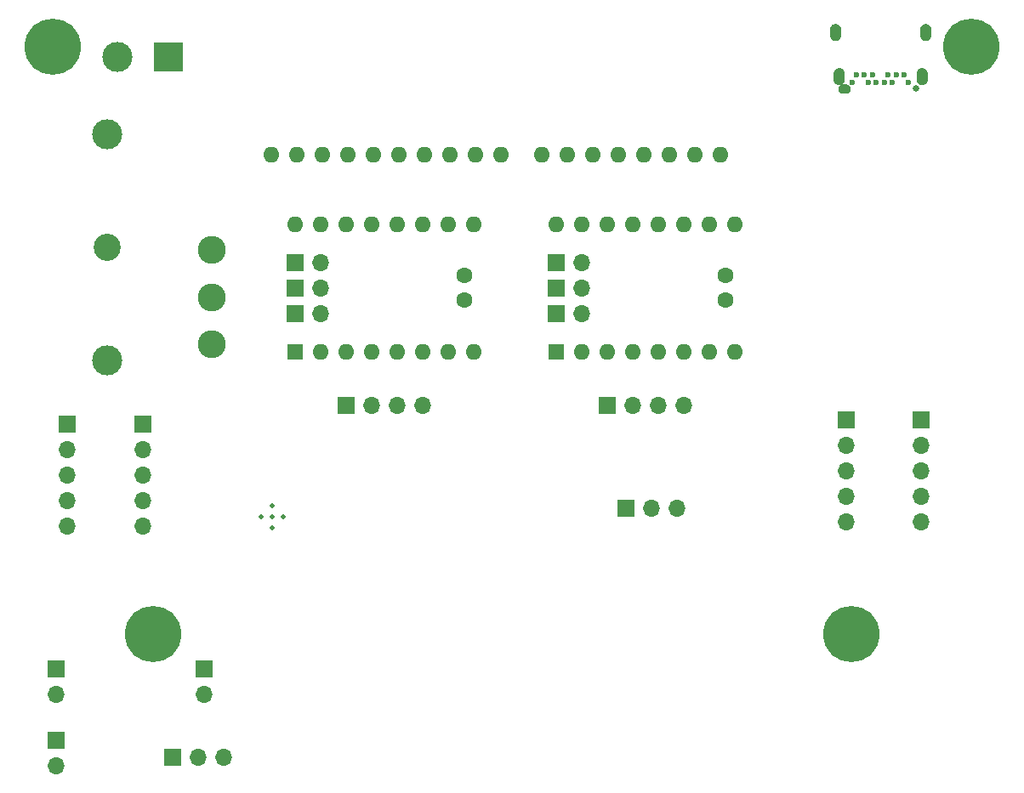
<source format=gbr>
%TF.GenerationSoftware,KiCad,Pcbnew,7.0.1*%
%TF.CreationDate,2023-05-31T14:16:02+01:00*%
%TF.ProjectId,DE10-lite_shield,44453130-2d6c-4697-9465-5f736869656c,rev?*%
%TF.SameCoordinates,Original*%
%TF.FileFunction,Soldermask,Bot*%
%TF.FilePolarity,Negative*%
%FSLAX46Y46*%
G04 Gerber Fmt 4.6, Leading zero omitted, Abs format (unit mm)*
G04 Created by KiCad (PCBNEW 7.0.1) date 2023-05-31 14:16:02*
%MOMM*%
%LPD*%
G01*
G04 APERTURE LIST*
%ADD10C,0.010000*%
%ADD11R,1.700000X1.700000*%
%ADD12O,1.700000X1.700000*%
%ADD13R,1.600000X1.600000*%
%ADD14O,1.600000X1.600000*%
%ADD15C,0.650000*%
%ADD16C,0.600000*%
%ADD17C,5.600000*%
%ADD18R,3.000000X3.000000*%
%ADD19C,3.000000*%
%ADD20C,1.600000*%
%ADD21C,2.700000*%
%ADD22C,0.499999*%
%ADD23C,2.781000*%
G04 APERTURE END LIST*
%TO.C,J4*%
D10*
X189916000Y-50701000D02*
X189942000Y-50703000D01*
X189968000Y-50706000D01*
X189994000Y-50711000D01*
X190019000Y-50717000D01*
X190045000Y-50724000D01*
X190069000Y-50733000D01*
X190093000Y-50743000D01*
X190117000Y-50754000D01*
X190140000Y-50767000D01*
X190162000Y-50781000D01*
X190184000Y-50795000D01*
X190205000Y-50811000D01*
X190225000Y-50828000D01*
X190244000Y-50846000D01*
X190262000Y-50865000D01*
X190279000Y-50885000D01*
X190295000Y-50906000D01*
X190309000Y-50928000D01*
X190323000Y-50950000D01*
X190336000Y-50973000D01*
X190347000Y-50997000D01*
X190357000Y-51021000D01*
X190366000Y-51045000D01*
X190373000Y-51071000D01*
X190379000Y-51096000D01*
X190384000Y-51122000D01*
X190387000Y-51148000D01*
X190389000Y-51174000D01*
X190390000Y-51200000D01*
X190390000Y-51800000D01*
X190389000Y-51826000D01*
X190387000Y-51852000D01*
X190384000Y-51878000D01*
X190379000Y-51904000D01*
X190373000Y-51929000D01*
X190366000Y-51955000D01*
X190357000Y-51979000D01*
X190347000Y-52003000D01*
X190336000Y-52027000D01*
X190323000Y-52050000D01*
X190309000Y-52072000D01*
X190295000Y-52094000D01*
X190279000Y-52115000D01*
X190262000Y-52135000D01*
X190244000Y-52154000D01*
X190225000Y-52172000D01*
X190205000Y-52189000D01*
X190184000Y-52205000D01*
X190162000Y-52219000D01*
X190140000Y-52233000D01*
X190117000Y-52246000D01*
X190093000Y-52257000D01*
X190069000Y-52267000D01*
X190045000Y-52276000D01*
X190019000Y-52283000D01*
X189994000Y-52289000D01*
X189968000Y-52294000D01*
X189942000Y-52297000D01*
X189916000Y-52299000D01*
X189890000Y-52300000D01*
X189864000Y-52299000D01*
X189838000Y-52297000D01*
X189812000Y-52294000D01*
X189786000Y-52289000D01*
X189761000Y-52283000D01*
X189735000Y-52276000D01*
X189711000Y-52267000D01*
X189687000Y-52257000D01*
X189663000Y-52246000D01*
X189640000Y-52233000D01*
X189618000Y-52219000D01*
X189596000Y-52205000D01*
X189575000Y-52189000D01*
X189555000Y-52172000D01*
X189536000Y-52154000D01*
X189518000Y-52135000D01*
X189501000Y-52115000D01*
X189485000Y-52094000D01*
X189471000Y-52072000D01*
X189457000Y-52050000D01*
X189444000Y-52027000D01*
X189433000Y-52003000D01*
X189423000Y-51979000D01*
X189414000Y-51955000D01*
X189407000Y-51929000D01*
X189401000Y-51904000D01*
X189396000Y-51878000D01*
X189393000Y-51852000D01*
X189391000Y-51826000D01*
X189390000Y-51800000D01*
X189390000Y-51200000D01*
X189391000Y-51174000D01*
X189393000Y-51148000D01*
X189396000Y-51122000D01*
X189401000Y-51096000D01*
X189407000Y-51071000D01*
X189414000Y-51045000D01*
X189423000Y-51021000D01*
X189433000Y-50997000D01*
X189444000Y-50973000D01*
X189457000Y-50950000D01*
X189471000Y-50928000D01*
X189485000Y-50906000D01*
X189501000Y-50885000D01*
X189518000Y-50865000D01*
X189536000Y-50846000D01*
X189555000Y-50828000D01*
X189575000Y-50811000D01*
X189596000Y-50795000D01*
X189618000Y-50781000D01*
X189640000Y-50767000D01*
X189663000Y-50754000D01*
X189687000Y-50743000D01*
X189711000Y-50733000D01*
X189735000Y-50724000D01*
X189761000Y-50717000D01*
X189786000Y-50711000D01*
X189812000Y-50706000D01*
X189838000Y-50703000D01*
X189864000Y-50701000D01*
X189890000Y-50700000D01*
X189916000Y-50701000D01*
G36*
X189916000Y-50701000D02*
G01*
X189942000Y-50703000D01*
X189968000Y-50706000D01*
X189994000Y-50711000D01*
X190019000Y-50717000D01*
X190045000Y-50724000D01*
X190069000Y-50733000D01*
X190093000Y-50743000D01*
X190117000Y-50754000D01*
X190140000Y-50767000D01*
X190162000Y-50781000D01*
X190184000Y-50795000D01*
X190205000Y-50811000D01*
X190225000Y-50828000D01*
X190244000Y-50846000D01*
X190262000Y-50865000D01*
X190279000Y-50885000D01*
X190295000Y-50906000D01*
X190309000Y-50928000D01*
X190323000Y-50950000D01*
X190336000Y-50973000D01*
X190347000Y-50997000D01*
X190357000Y-51021000D01*
X190366000Y-51045000D01*
X190373000Y-51071000D01*
X190379000Y-51096000D01*
X190384000Y-51122000D01*
X190387000Y-51148000D01*
X190389000Y-51174000D01*
X190390000Y-51200000D01*
X190390000Y-51800000D01*
X190389000Y-51826000D01*
X190387000Y-51852000D01*
X190384000Y-51878000D01*
X190379000Y-51904000D01*
X190373000Y-51929000D01*
X190366000Y-51955000D01*
X190357000Y-51979000D01*
X190347000Y-52003000D01*
X190336000Y-52027000D01*
X190323000Y-52050000D01*
X190309000Y-52072000D01*
X190295000Y-52094000D01*
X190279000Y-52115000D01*
X190262000Y-52135000D01*
X190244000Y-52154000D01*
X190225000Y-52172000D01*
X190205000Y-52189000D01*
X190184000Y-52205000D01*
X190162000Y-52219000D01*
X190140000Y-52233000D01*
X190117000Y-52246000D01*
X190093000Y-52257000D01*
X190069000Y-52267000D01*
X190045000Y-52276000D01*
X190019000Y-52283000D01*
X189994000Y-52289000D01*
X189968000Y-52294000D01*
X189942000Y-52297000D01*
X189916000Y-52299000D01*
X189890000Y-52300000D01*
X189864000Y-52299000D01*
X189838000Y-52297000D01*
X189812000Y-52294000D01*
X189786000Y-52289000D01*
X189761000Y-52283000D01*
X189735000Y-52276000D01*
X189711000Y-52267000D01*
X189687000Y-52257000D01*
X189663000Y-52246000D01*
X189640000Y-52233000D01*
X189618000Y-52219000D01*
X189596000Y-52205000D01*
X189575000Y-52189000D01*
X189555000Y-52172000D01*
X189536000Y-52154000D01*
X189518000Y-52135000D01*
X189501000Y-52115000D01*
X189485000Y-52094000D01*
X189471000Y-52072000D01*
X189457000Y-52050000D01*
X189444000Y-52027000D01*
X189433000Y-52003000D01*
X189423000Y-51979000D01*
X189414000Y-51955000D01*
X189407000Y-51929000D01*
X189401000Y-51904000D01*
X189396000Y-51878000D01*
X189393000Y-51852000D01*
X189391000Y-51826000D01*
X189390000Y-51800000D01*
X189390000Y-51200000D01*
X189391000Y-51174000D01*
X189393000Y-51148000D01*
X189396000Y-51122000D01*
X189401000Y-51096000D01*
X189407000Y-51071000D01*
X189414000Y-51045000D01*
X189423000Y-51021000D01*
X189433000Y-50997000D01*
X189444000Y-50973000D01*
X189457000Y-50950000D01*
X189471000Y-50928000D01*
X189485000Y-50906000D01*
X189501000Y-50885000D01*
X189518000Y-50865000D01*
X189536000Y-50846000D01*
X189555000Y-50828000D01*
X189575000Y-50811000D01*
X189596000Y-50795000D01*
X189618000Y-50781000D01*
X189640000Y-50767000D01*
X189663000Y-50754000D01*
X189687000Y-50743000D01*
X189711000Y-50733000D01*
X189735000Y-50724000D01*
X189761000Y-50717000D01*
X189786000Y-50711000D01*
X189812000Y-50706000D01*
X189838000Y-50703000D01*
X189864000Y-50701000D01*
X189890000Y-50700000D01*
X189916000Y-50701000D01*
G37*
X189556000Y-55101000D02*
X189582000Y-55103000D01*
X189608000Y-55106000D01*
X189634000Y-55111000D01*
X189659000Y-55117000D01*
X189685000Y-55124000D01*
X189709000Y-55133000D01*
X189733000Y-55143000D01*
X189757000Y-55154000D01*
X189780000Y-55167000D01*
X189802000Y-55181000D01*
X189824000Y-55195000D01*
X189845000Y-55211000D01*
X189865000Y-55228000D01*
X189884000Y-55246000D01*
X189902000Y-55265000D01*
X189919000Y-55285000D01*
X189935000Y-55306000D01*
X189949000Y-55328000D01*
X189963000Y-55350000D01*
X189976000Y-55373000D01*
X189987000Y-55397000D01*
X189997000Y-55421000D01*
X190006000Y-55445000D01*
X190013000Y-55471000D01*
X190019000Y-55496000D01*
X190024000Y-55522000D01*
X190027000Y-55548000D01*
X190029000Y-55574000D01*
X190030000Y-55600000D01*
X190030000Y-56200000D01*
X190029000Y-56226000D01*
X190027000Y-56252000D01*
X190024000Y-56278000D01*
X190019000Y-56304000D01*
X190013000Y-56329000D01*
X190006000Y-56355000D01*
X189997000Y-56379000D01*
X189987000Y-56403000D01*
X189976000Y-56427000D01*
X189963000Y-56450000D01*
X189949000Y-56472000D01*
X189935000Y-56494000D01*
X189919000Y-56515000D01*
X189902000Y-56535000D01*
X189884000Y-56554000D01*
X189865000Y-56572000D01*
X189845000Y-56589000D01*
X189824000Y-56605000D01*
X189802000Y-56619000D01*
X189780000Y-56633000D01*
X189757000Y-56646000D01*
X189733000Y-56657000D01*
X189709000Y-56667000D01*
X189685000Y-56676000D01*
X189659000Y-56683000D01*
X189634000Y-56689000D01*
X189608000Y-56694000D01*
X189582000Y-56697000D01*
X189556000Y-56699000D01*
X189530000Y-56700000D01*
X189504000Y-56699000D01*
X189478000Y-56697000D01*
X189452000Y-56694000D01*
X189426000Y-56689000D01*
X189401000Y-56683000D01*
X189375000Y-56676000D01*
X189351000Y-56667000D01*
X189327000Y-56657000D01*
X189303000Y-56646000D01*
X189280000Y-56633000D01*
X189258000Y-56619000D01*
X189236000Y-56605000D01*
X189215000Y-56589000D01*
X189195000Y-56572000D01*
X189176000Y-56554000D01*
X189158000Y-56535000D01*
X189141000Y-56515000D01*
X189125000Y-56494000D01*
X189111000Y-56472000D01*
X189097000Y-56450000D01*
X189084000Y-56427000D01*
X189073000Y-56403000D01*
X189063000Y-56379000D01*
X189054000Y-56355000D01*
X189047000Y-56329000D01*
X189041000Y-56304000D01*
X189036000Y-56278000D01*
X189033000Y-56252000D01*
X189031000Y-56226000D01*
X189030000Y-56200000D01*
X189030000Y-55600000D01*
X189031000Y-55574000D01*
X189033000Y-55548000D01*
X189036000Y-55522000D01*
X189041000Y-55496000D01*
X189047000Y-55471000D01*
X189054000Y-55445000D01*
X189063000Y-55421000D01*
X189073000Y-55397000D01*
X189084000Y-55373000D01*
X189097000Y-55350000D01*
X189111000Y-55328000D01*
X189125000Y-55306000D01*
X189141000Y-55285000D01*
X189158000Y-55265000D01*
X189176000Y-55246000D01*
X189195000Y-55228000D01*
X189215000Y-55211000D01*
X189236000Y-55195000D01*
X189258000Y-55181000D01*
X189280000Y-55167000D01*
X189303000Y-55154000D01*
X189327000Y-55143000D01*
X189351000Y-55133000D01*
X189375000Y-55124000D01*
X189401000Y-55117000D01*
X189426000Y-55111000D01*
X189452000Y-55106000D01*
X189478000Y-55103000D01*
X189504000Y-55101000D01*
X189530000Y-55100000D01*
X189556000Y-55101000D01*
G36*
X189556000Y-55101000D02*
G01*
X189582000Y-55103000D01*
X189608000Y-55106000D01*
X189634000Y-55111000D01*
X189659000Y-55117000D01*
X189685000Y-55124000D01*
X189709000Y-55133000D01*
X189733000Y-55143000D01*
X189757000Y-55154000D01*
X189780000Y-55167000D01*
X189802000Y-55181000D01*
X189824000Y-55195000D01*
X189845000Y-55211000D01*
X189865000Y-55228000D01*
X189884000Y-55246000D01*
X189902000Y-55265000D01*
X189919000Y-55285000D01*
X189935000Y-55306000D01*
X189949000Y-55328000D01*
X189963000Y-55350000D01*
X189976000Y-55373000D01*
X189987000Y-55397000D01*
X189997000Y-55421000D01*
X190006000Y-55445000D01*
X190013000Y-55471000D01*
X190019000Y-55496000D01*
X190024000Y-55522000D01*
X190027000Y-55548000D01*
X190029000Y-55574000D01*
X190030000Y-55600000D01*
X190030000Y-56200000D01*
X190029000Y-56226000D01*
X190027000Y-56252000D01*
X190024000Y-56278000D01*
X190019000Y-56304000D01*
X190013000Y-56329000D01*
X190006000Y-56355000D01*
X189997000Y-56379000D01*
X189987000Y-56403000D01*
X189976000Y-56427000D01*
X189963000Y-56450000D01*
X189949000Y-56472000D01*
X189935000Y-56494000D01*
X189919000Y-56515000D01*
X189902000Y-56535000D01*
X189884000Y-56554000D01*
X189865000Y-56572000D01*
X189845000Y-56589000D01*
X189824000Y-56605000D01*
X189802000Y-56619000D01*
X189780000Y-56633000D01*
X189757000Y-56646000D01*
X189733000Y-56657000D01*
X189709000Y-56667000D01*
X189685000Y-56676000D01*
X189659000Y-56683000D01*
X189634000Y-56689000D01*
X189608000Y-56694000D01*
X189582000Y-56697000D01*
X189556000Y-56699000D01*
X189530000Y-56700000D01*
X189504000Y-56699000D01*
X189478000Y-56697000D01*
X189452000Y-56694000D01*
X189426000Y-56689000D01*
X189401000Y-56683000D01*
X189375000Y-56676000D01*
X189351000Y-56667000D01*
X189327000Y-56657000D01*
X189303000Y-56646000D01*
X189280000Y-56633000D01*
X189258000Y-56619000D01*
X189236000Y-56605000D01*
X189215000Y-56589000D01*
X189195000Y-56572000D01*
X189176000Y-56554000D01*
X189158000Y-56535000D01*
X189141000Y-56515000D01*
X189125000Y-56494000D01*
X189111000Y-56472000D01*
X189097000Y-56450000D01*
X189084000Y-56427000D01*
X189073000Y-56403000D01*
X189063000Y-56379000D01*
X189054000Y-56355000D01*
X189047000Y-56329000D01*
X189041000Y-56304000D01*
X189036000Y-56278000D01*
X189033000Y-56252000D01*
X189031000Y-56226000D01*
X189030000Y-56200000D01*
X189030000Y-55600000D01*
X189031000Y-55574000D01*
X189033000Y-55548000D01*
X189036000Y-55522000D01*
X189041000Y-55496000D01*
X189047000Y-55471000D01*
X189054000Y-55445000D01*
X189063000Y-55421000D01*
X189073000Y-55397000D01*
X189084000Y-55373000D01*
X189097000Y-55350000D01*
X189111000Y-55328000D01*
X189125000Y-55306000D01*
X189141000Y-55285000D01*
X189158000Y-55265000D01*
X189176000Y-55246000D01*
X189195000Y-55228000D01*
X189215000Y-55211000D01*
X189236000Y-55195000D01*
X189258000Y-55181000D01*
X189280000Y-55167000D01*
X189303000Y-55154000D01*
X189327000Y-55143000D01*
X189351000Y-55133000D01*
X189375000Y-55124000D01*
X189401000Y-55117000D01*
X189426000Y-55111000D01*
X189452000Y-55106000D01*
X189478000Y-55103000D01*
X189504000Y-55101000D01*
X189530000Y-55100000D01*
X189556000Y-55101000D01*
G37*
X181972000Y-56716000D02*
X181994000Y-56717000D01*
X182016000Y-56720000D01*
X182038000Y-56724000D01*
X182060000Y-56729000D01*
X182081000Y-56736000D01*
X182102000Y-56743000D01*
X182123000Y-56752000D01*
X182143000Y-56761000D01*
X182163000Y-56772000D01*
X182181000Y-56784000D01*
X182200000Y-56796000D01*
X182217000Y-56810000D01*
X182234000Y-56824000D01*
X182251000Y-56839000D01*
X182266000Y-56856000D01*
X182280000Y-56873000D01*
X182294000Y-56890000D01*
X182306000Y-56909000D01*
X182318000Y-56928000D01*
X182329000Y-56947000D01*
X182338000Y-56967000D01*
X182347000Y-56988000D01*
X182354000Y-57009000D01*
X182361000Y-57030000D01*
X182366000Y-57052000D01*
X182370000Y-57074000D01*
X182373000Y-57096000D01*
X182374000Y-57118000D01*
X182375000Y-57140000D01*
X182374000Y-57162000D01*
X182373000Y-57184000D01*
X182370000Y-57206000D01*
X182366000Y-57228000D01*
X182361000Y-57250000D01*
X182354000Y-57271000D01*
X182347000Y-57292000D01*
X182338000Y-57313000D01*
X182329000Y-57333000D01*
X182318000Y-57353000D01*
X182306000Y-57371000D01*
X182294000Y-57390000D01*
X182280000Y-57407000D01*
X182266000Y-57424000D01*
X182251000Y-57441000D01*
X182234000Y-57456000D01*
X182217000Y-57470000D01*
X182200000Y-57484000D01*
X182181000Y-57496000D01*
X182163000Y-57508000D01*
X182143000Y-57519000D01*
X182123000Y-57528000D01*
X182102000Y-57537000D01*
X182081000Y-57544000D01*
X182060000Y-57551000D01*
X182038000Y-57556000D01*
X182016000Y-57560000D01*
X181994000Y-57563000D01*
X181972000Y-57564000D01*
X181950000Y-57565000D01*
X181650000Y-57565000D01*
X181628000Y-57564000D01*
X181606000Y-57563000D01*
X181584000Y-57560000D01*
X181562000Y-57556000D01*
X181540000Y-57551000D01*
X181519000Y-57544000D01*
X181498000Y-57537000D01*
X181477000Y-57528000D01*
X181457000Y-57519000D01*
X181438000Y-57508000D01*
X181419000Y-57496000D01*
X181400000Y-57484000D01*
X181383000Y-57470000D01*
X181366000Y-57456000D01*
X181349000Y-57441000D01*
X181334000Y-57424000D01*
X181320000Y-57407000D01*
X181306000Y-57390000D01*
X181294000Y-57371000D01*
X181282000Y-57353000D01*
X181271000Y-57333000D01*
X181262000Y-57313000D01*
X181253000Y-57292000D01*
X181246000Y-57271000D01*
X181239000Y-57250000D01*
X181234000Y-57228000D01*
X181230000Y-57206000D01*
X181227000Y-57184000D01*
X181226000Y-57162000D01*
X181225000Y-57140000D01*
X181226000Y-57118000D01*
X181227000Y-57096000D01*
X181230000Y-57074000D01*
X181234000Y-57052000D01*
X181239000Y-57030000D01*
X181246000Y-57009000D01*
X181253000Y-56988000D01*
X181262000Y-56967000D01*
X181271000Y-56947000D01*
X181282000Y-56928000D01*
X181294000Y-56909000D01*
X181306000Y-56890000D01*
X181320000Y-56873000D01*
X181334000Y-56856000D01*
X181349000Y-56839000D01*
X181366000Y-56824000D01*
X181383000Y-56810000D01*
X181400000Y-56796000D01*
X181419000Y-56784000D01*
X181438000Y-56772000D01*
X181457000Y-56761000D01*
X181477000Y-56752000D01*
X181498000Y-56743000D01*
X181519000Y-56736000D01*
X181540000Y-56729000D01*
X181562000Y-56724000D01*
X181584000Y-56720000D01*
X181606000Y-56717000D01*
X181628000Y-56716000D01*
X181650000Y-56715000D01*
X181950000Y-56715000D01*
X181972000Y-56716000D01*
G36*
X181972000Y-56716000D02*
G01*
X181994000Y-56717000D01*
X182016000Y-56720000D01*
X182038000Y-56724000D01*
X182060000Y-56729000D01*
X182081000Y-56736000D01*
X182102000Y-56743000D01*
X182123000Y-56752000D01*
X182143000Y-56761000D01*
X182163000Y-56772000D01*
X182181000Y-56784000D01*
X182200000Y-56796000D01*
X182217000Y-56810000D01*
X182234000Y-56824000D01*
X182251000Y-56839000D01*
X182266000Y-56856000D01*
X182280000Y-56873000D01*
X182294000Y-56890000D01*
X182306000Y-56909000D01*
X182318000Y-56928000D01*
X182329000Y-56947000D01*
X182338000Y-56967000D01*
X182347000Y-56988000D01*
X182354000Y-57009000D01*
X182361000Y-57030000D01*
X182366000Y-57052000D01*
X182370000Y-57074000D01*
X182373000Y-57096000D01*
X182374000Y-57118000D01*
X182375000Y-57140000D01*
X182374000Y-57162000D01*
X182373000Y-57184000D01*
X182370000Y-57206000D01*
X182366000Y-57228000D01*
X182361000Y-57250000D01*
X182354000Y-57271000D01*
X182347000Y-57292000D01*
X182338000Y-57313000D01*
X182329000Y-57333000D01*
X182318000Y-57353000D01*
X182306000Y-57371000D01*
X182294000Y-57390000D01*
X182280000Y-57407000D01*
X182266000Y-57424000D01*
X182251000Y-57441000D01*
X182234000Y-57456000D01*
X182217000Y-57470000D01*
X182200000Y-57484000D01*
X182181000Y-57496000D01*
X182163000Y-57508000D01*
X182143000Y-57519000D01*
X182123000Y-57528000D01*
X182102000Y-57537000D01*
X182081000Y-57544000D01*
X182060000Y-57551000D01*
X182038000Y-57556000D01*
X182016000Y-57560000D01*
X181994000Y-57563000D01*
X181972000Y-57564000D01*
X181950000Y-57565000D01*
X181650000Y-57565000D01*
X181628000Y-57564000D01*
X181606000Y-57563000D01*
X181584000Y-57560000D01*
X181562000Y-57556000D01*
X181540000Y-57551000D01*
X181519000Y-57544000D01*
X181498000Y-57537000D01*
X181477000Y-57528000D01*
X181457000Y-57519000D01*
X181438000Y-57508000D01*
X181419000Y-57496000D01*
X181400000Y-57484000D01*
X181383000Y-57470000D01*
X181366000Y-57456000D01*
X181349000Y-57441000D01*
X181334000Y-57424000D01*
X181320000Y-57407000D01*
X181306000Y-57390000D01*
X181294000Y-57371000D01*
X181282000Y-57353000D01*
X181271000Y-57333000D01*
X181262000Y-57313000D01*
X181253000Y-57292000D01*
X181246000Y-57271000D01*
X181239000Y-57250000D01*
X181234000Y-57228000D01*
X181230000Y-57206000D01*
X181227000Y-57184000D01*
X181226000Y-57162000D01*
X181225000Y-57140000D01*
X181226000Y-57118000D01*
X181227000Y-57096000D01*
X181230000Y-57074000D01*
X181234000Y-57052000D01*
X181239000Y-57030000D01*
X181246000Y-57009000D01*
X181253000Y-56988000D01*
X181262000Y-56967000D01*
X181271000Y-56947000D01*
X181282000Y-56928000D01*
X181294000Y-56909000D01*
X181306000Y-56890000D01*
X181320000Y-56873000D01*
X181334000Y-56856000D01*
X181349000Y-56839000D01*
X181366000Y-56824000D01*
X181383000Y-56810000D01*
X181400000Y-56796000D01*
X181419000Y-56784000D01*
X181438000Y-56772000D01*
X181457000Y-56761000D01*
X181477000Y-56752000D01*
X181498000Y-56743000D01*
X181519000Y-56736000D01*
X181540000Y-56729000D01*
X181562000Y-56724000D01*
X181584000Y-56720000D01*
X181606000Y-56717000D01*
X181628000Y-56716000D01*
X181650000Y-56715000D01*
X181950000Y-56715000D01*
X181972000Y-56716000D01*
G37*
X181296000Y-55101000D02*
X181322000Y-55103000D01*
X181348000Y-55106000D01*
X181374000Y-55111000D01*
X181399000Y-55117000D01*
X181425000Y-55124000D01*
X181449000Y-55133000D01*
X181473000Y-55143000D01*
X181497000Y-55154000D01*
X181520000Y-55167000D01*
X181542000Y-55181000D01*
X181564000Y-55195000D01*
X181585000Y-55211000D01*
X181605000Y-55228000D01*
X181624000Y-55246000D01*
X181642000Y-55265000D01*
X181659000Y-55285000D01*
X181675000Y-55306000D01*
X181689000Y-55328000D01*
X181703000Y-55350000D01*
X181716000Y-55373000D01*
X181727000Y-55397000D01*
X181737000Y-55421000D01*
X181746000Y-55445000D01*
X181753000Y-55471000D01*
X181759000Y-55496000D01*
X181764000Y-55522000D01*
X181767000Y-55548000D01*
X181769000Y-55574000D01*
X181770000Y-55600000D01*
X181770000Y-56200000D01*
X181769000Y-56226000D01*
X181767000Y-56252000D01*
X181764000Y-56278000D01*
X181759000Y-56304000D01*
X181753000Y-56329000D01*
X181746000Y-56355000D01*
X181737000Y-56379000D01*
X181727000Y-56403000D01*
X181716000Y-56427000D01*
X181703000Y-56450000D01*
X181689000Y-56472000D01*
X181675000Y-56494000D01*
X181659000Y-56515000D01*
X181642000Y-56535000D01*
X181624000Y-56554000D01*
X181605000Y-56572000D01*
X181585000Y-56589000D01*
X181564000Y-56605000D01*
X181542000Y-56619000D01*
X181520000Y-56633000D01*
X181497000Y-56646000D01*
X181473000Y-56657000D01*
X181449000Y-56667000D01*
X181425000Y-56676000D01*
X181399000Y-56683000D01*
X181374000Y-56689000D01*
X181348000Y-56694000D01*
X181322000Y-56697000D01*
X181296000Y-56699000D01*
X181270000Y-56700000D01*
X181244000Y-56699000D01*
X181218000Y-56697000D01*
X181192000Y-56694000D01*
X181166000Y-56689000D01*
X181141000Y-56683000D01*
X181115000Y-56676000D01*
X181091000Y-56667000D01*
X181067000Y-56657000D01*
X181043000Y-56646000D01*
X181020000Y-56633000D01*
X180998000Y-56619000D01*
X180976000Y-56605000D01*
X180955000Y-56589000D01*
X180935000Y-56572000D01*
X180916000Y-56554000D01*
X180898000Y-56535000D01*
X180881000Y-56515000D01*
X180865000Y-56494000D01*
X180851000Y-56472000D01*
X180837000Y-56450000D01*
X180824000Y-56427000D01*
X180813000Y-56403000D01*
X180803000Y-56379000D01*
X180794000Y-56355000D01*
X180787000Y-56329000D01*
X180781000Y-56304000D01*
X180776000Y-56278000D01*
X180773000Y-56252000D01*
X180771000Y-56226000D01*
X180770000Y-56200000D01*
X180770000Y-55600000D01*
X180771000Y-55574000D01*
X180773000Y-55548000D01*
X180776000Y-55522000D01*
X180781000Y-55496000D01*
X180787000Y-55471000D01*
X180794000Y-55445000D01*
X180803000Y-55421000D01*
X180813000Y-55397000D01*
X180824000Y-55373000D01*
X180837000Y-55350000D01*
X180851000Y-55328000D01*
X180865000Y-55306000D01*
X180881000Y-55285000D01*
X180898000Y-55265000D01*
X180916000Y-55246000D01*
X180935000Y-55228000D01*
X180955000Y-55211000D01*
X180976000Y-55195000D01*
X180998000Y-55181000D01*
X181020000Y-55167000D01*
X181043000Y-55154000D01*
X181067000Y-55143000D01*
X181091000Y-55133000D01*
X181115000Y-55124000D01*
X181141000Y-55117000D01*
X181166000Y-55111000D01*
X181192000Y-55106000D01*
X181218000Y-55103000D01*
X181244000Y-55101000D01*
X181270000Y-55100000D01*
X181296000Y-55101000D01*
G36*
X181296000Y-55101000D02*
G01*
X181322000Y-55103000D01*
X181348000Y-55106000D01*
X181374000Y-55111000D01*
X181399000Y-55117000D01*
X181425000Y-55124000D01*
X181449000Y-55133000D01*
X181473000Y-55143000D01*
X181497000Y-55154000D01*
X181520000Y-55167000D01*
X181542000Y-55181000D01*
X181564000Y-55195000D01*
X181585000Y-55211000D01*
X181605000Y-55228000D01*
X181624000Y-55246000D01*
X181642000Y-55265000D01*
X181659000Y-55285000D01*
X181675000Y-55306000D01*
X181689000Y-55328000D01*
X181703000Y-55350000D01*
X181716000Y-55373000D01*
X181727000Y-55397000D01*
X181737000Y-55421000D01*
X181746000Y-55445000D01*
X181753000Y-55471000D01*
X181759000Y-55496000D01*
X181764000Y-55522000D01*
X181767000Y-55548000D01*
X181769000Y-55574000D01*
X181770000Y-55600000D01*
X181770000Y-56200000D01*
X181769000Y-56226000D01*
X181767000Y-56252000D01*
X181764000Y-56278000D01*
X181759000Y-56304000D01*
X181753000Y-56329000D01*
X181746000Y-56355000D01*
X181737000Y-56379000D01*
X181727000Y-56403000D01*
X181716000Y-56427000D01*
X181703000Y-56450000D01*
X181689000Y-56472000D01*
X181675000Y-56494000D01*
X181659000Y-56515000D01*
X181642000Y-56535000D01*
X181624000Y-56554000D01*
X181605000Y-56572000D01*
X181585000Y-56589000D01*
X181564000Y-56605000D01*
X181542000Y-56619000D01*
X181520000Y-56633000D01*
X181497000Y-56646000D01*
X181473000Y-56657000D01*
X181449000Y-56667000D01*
X181425000Y-56676000D01*
X181399000Y-56683000D01*
X181374000Y-56689000D01*
X181348000Y-56694000D01*
X181322000Y-56697000D01*
X181296000Y-56699000D01*
X181270000Y-56700000D01*
X181244000Y-56699000D01*
X181218000Y-56697000D01*
X181192000Y-56694000D01*
X181166000Y-56689000D01*
X181141000Y-56683000D01*
X181115000Y-56676000D01*
X181091000Y-56667000D01*
X181067000Y-56657000D01*
X181043000Y-56646000D01*
X181020000Y-56633000D01*
X180998000Y-56619000D01*
X180976000Y-56605000D01*
X180955000Y-56589000D01*
X180935000Y-56572000D01*
X180916000Y-56554000D01*
X180898000Y-56535000D01*
X180881000Y-56515000D01*
X180865000Y-56494000D01*
X180851000Y-56472000D01*
X180837000Y-56450000D01*
X180824000Y-56427000D01*
X180813000Y-56403000D01*
X180803000Y-56379000D01*
X180794000Y-56355000D01*
X180787000Y-56329000D01*
X180781000Y-56304000D01*
X180776000Y-56278000D01*
X180773000Y-56252000D01*
X180771000Y-56226000D01*
X180770000Y-56200000D01*
X180770000Y-55600000D01*
X180771000Y-55574000D01*
X180773000Y-55548000D01*
X180776000Y-55522000D01*
X180781000Y-55496000D01*
X180787000Y-55471000D01*
X180794000Y-55445000D01*
X180803000Y-55421000D01*
X180813000Y-55397000D01*
X180824000Y-55373000D01*
X180837000Y-55350000D01*
X180851000Y-55328000D01*
X180865000Y-55306000D01*
X180881000Y-55285000D01*
X180898000Y-55265000D01*
X180916000Y-55246000D01*
X180935000Y-55228000D01*
X180955000Y-55211000D01*
X180976000Y-55195000D01*
X180998000Y-55181000D01*
X181020000Y-55167000D01*
X181043000Y-55154000D01*
X181067000Y-55143000D01*
X181091000Y-55133000D01*
X181115000Y-55124000D01*
X181141000Y-55117000D01*
X181166000Y-55111000D01*
X181192000Y-55106000D01*
X181218000Y-55103000D01*
X181244000Y-55101000D01*
X181270000Y-55100000D01*
X181296000Y-55101000D01*
G37*
X180936000Y-50701000D02*
X180962000Y-50703000D01*
X180988000Y-50706000D01*
X181014000Y-50711000D01*
X181039000Y-50717000D01*
X181065000Y-50724000D01*
X181089000Y-50733000D01*
X181113000Y-50743000D01*
X181137000Y-50754000D01*
X181160000Y-50767000D01*
X181182000Y-50781000D01*
X181204000Y-50795000D01*
X181225000Y-50811000D01*
X181245000Y-50828000D01*
X181264000Y-50846000D01*
X181282000Y-50865000D01*
X181299000Y-50885000D01*
X181315000Y-50906000D01*
X181329000Y-50928000D01*
X181343000Y-50950000D01*
X181356000Y-50973000D01*
X181367000Y-50997000D01*
X181377000Y-51021000D01*
X181386000Y-51045000D01*
X181393000Y-51071000D01*
X181399000Y-51096000D01*
X181404000Y-51122000D01*
X181407000Y-51148000D01*
X181409000Y-51174000D01*
X181410000Y-51200000D01*
X181410000Y-51800000D01*
X181409000Y-51826000D01*
X181407000Y-51852000D01*
X181404000Y-51878000D01*
X181399000Y-51904000D01*
X181393000Y-51929000D01*
X181386000Y-51955000D01*
X181377000Y-51979000D01*
X181367000Y-52003000D01*
X181356000Y-52027000D01*
X181343000Y-52050000D01*
X181329000Y-52072000D01*
X181315000Y-52094000D01*
X181299000Y-52115000D01*
X181282000Y-52135000D01*
X181264000Y-52154000D01*
X181245000Y-52172000D01*
X181225000Y-52189000D01*
X181204000Y-52205000D01*
X181182000Y-52219000D01*
X181160000Y-52233000D01*
X181137000Y-52246000D01*
X181113000Y-52257000D01*
X181089000Y-52267000D01*
X181065000Y-52276000D01*
X181039000Y-52283000D01*
X181014000Y-52289000D01*
X180988000Y-52294000D01*
X180962000Y-52297000D01*
X180936000Y-52299000D01*
X180910000Y-52300000D01*
X180884000Y-52299000D01*
X180858000Y-52297000D01*
X180832000Y-52294000D01*
X180806000Y-52289000D01*
X180781000Y-52283000D01*
X180755000Y-52276000D01*
X180731000Y-52267000D01*
X180707000Y-52257000D01*
X180683000Y-52246000D01*
X180660000Y-52233000D01*
X180638000Y-52219000D01*
X180616000Y-52205000D01*
X180595000Y-52189000D01*
X180575000Y-52172000D01*
X180556000Y-52154000D01*
X180538000Y-52135000D01*
X180521000Y-52115000D01*
X180505000Y-52094000D01*
X180491000Y-52072000D01*
X180477000Y-52050000D01*
X180464000Y-52027000D01*
X180453000Y-52003000D01*
X180443000Y-51979000D01*
X180434000Y-51955000D01*
X180427000Y-51929000D01*
X180421000Y-51904000D01*
X180416000Y-51878000D01*
X180413000Y-51852000D01*
X180411000Y-51826000D01*
X180410000Y-51800000D01*
X180410000Y-51200000D01*
X180411000Y-51174000D01*
X180413000Y-51148000D01*
X180416000Y-51122000D01*
X180421000Y-51096000D01*
X180427000Y-51071000D01*
X180434000Y-51045000D01*
X180443000Y-51021000D01*
X180453000Y-50997000D01*
X180464000Y-50973000D01*
X180477000Y-50950000D01*
X180491000Y-50928000D01*
X180505000Y-50906000D01*
X180521000Y-50885000D01*
X180538000Y-50865000D01*
X180556000Y-50846000D01*
X180575000Y-50828000D01*
X180595000Y-50811000D01*
X180616000Y-50795000D01*
X180638000Y-50781000D01*
X180660000Y-50767000D01*
X180683000Y-50754000D01*
X180707000Y-50743000D01*
X180731000Y-50733000D01*
X180755000Y-50724000D01*
X180781000Y-50717000D01*
X180806000Y-50711000D01*
X180832000Y-50706000D01*
X180858000Y-50703000D01*
X180884000Y-50701000D01*
X180910000Y-50700000D01*
X180936000Y-50701000D01*
G36*
X180936000Y-50701000D02*
G01*
X180962000Y-50703000D01*
X180988000Y-50706000D01*
X181014000Y-50711000D01*
X181039000Y-50717000D01*
X181065000Y-50724000D01*
X181089000Y-50733000D01*
X181113000Y-50743000D01*
X181137000Y-50754000D01*
X181160000Y-50767000D01*
X181182000Y-50781000D01*
X181204000Y-50795000D01*
X181225000Y-50811000D01*
X181245000Y-50828000D01*
X181264000Y-50846000D01*
X181282000Y-50865000D01*
X181299000Y-50885000D01*
X181315000Y-50906000D01*
X181329000Y-50928000D01*
X181343000Y-50950000D01*
X181356000Y-50973000D01*
X181367000Y-50997000D01*
X181377000Y-51021000D01*
X181386000Y-51045000D01*
X181393000Y-51071000D01*
X181399000Y-51096000D01*
X181404000Y-51122000D01*
X181407000Y-51148000D01*
X181409000Y-51174000D01*
X181410000Y-51200000D01*
X181410000Y-51800000D01*
X181409000Y-51826000D01*
X181407000Y-51852000D01*
X181404000Y-51878000D01*
X181399000Y-51904000D01*
X181393000Y-51929000D01*
X181386000Y-51955000D01*
X181377000Y-51979000D01*
X181367000Y-52003000D01*
X181356000Y-52027000D01*
X181343000Y-52050000D01*
X181329000Y-52072000D01*
X181315000Y-52094000D01*
X181299000Y-52115000D01*
X181282000Y-52135000D01*
X181264000Y-52154000D01*
X181245000Y-52172000D01*
X181225000Y-52189000D01*
X181204000Y-52205000D01*
X181182000Y-52219000D01*
X181160000Y-52233000D01*
X181137000Y-52246000D01*
X181113000Y-52257000D01*
X181089000Y-52267000D01*
X181065000Y-52276000D01*
X181039000Y-52283000D01*
X181014000Y-52289000D01*
X180988000Y-52294000D01*
X180962000Y-52297000D01*
X180936000Y-52299000D01*
X180910000Y-52300000D01*
X180884000Y-52299000D01*
X180858000Y-52297000D01*
X180832000Y-52294000D01*
X180806000Y-52289000D01*
X180781000Y-52283000D01*
X180755000Y-52276000D01*
X180731000Y-52267000D01*
X180707000Y-52257000D01*
X180683000Y-52246000D01*
X180660000Y-52233000D01*
X180638000Y-52219000D01*
X180616000Y-52205000D01*
X180595000Y-52189000D01*
X180575000Y-52172000D01*
X180556000Y-52154000D01*
X180538000Y-52135000D01*
X180521000Y-52115000D01*
X180505000Y-52094000D01*
X180491000Y-52072000D01*
X180477000Y-52050000D01*
X180464000Y-52027000D01*
X180453000Y-52003000D01*
X180443000Y-51979000D01*
X180434000Y-51955000D01*
X180427000Y-51929000D01*
X180421000Y-51904000D01*
X180416000Y-51878000D01*
X180413000Y-51852000D01*
X180411000Y-51826000D01*
X180410000Y-51800000D01*
X180410000Y-51200000D01*
X180411000Y-51174000D01*
X180413000Y-51148000D01*
X180416000Y-51122000D01*
X180421000Y-51096000D01*
X180427000Y-51071000D01*
X180434000Y-51045000D01*
X180443000Y-51021000D01*
X180453000Y-50997000D01*
X180464000Y-50973000D01*
X180477000Y-50950000D01*
X180491000Y-50928000D01*
X180505000Y-50906000D01*
X180521000Y-50885000D01*
X180538000Y-50865000D01*
X180556000Y-50846000D01*
X180575000Y-50828000D01*
X180595000Y-50811000D01*
X180616000Y-50795000D01*
X180638000Y-50781000D01*
X180660000Y-50767000D01*
X180683000Y-50754000D01*
X180707000Y-50743000D01*
X180731000Y-50733000D01*
X180755000Y-50724000D01*
X180781000Y-50717000D01*
X180806000Y-50711000D01*
X180832000Y-50706000D01*
X180858000Y-50703000D01*
X180884000Y-50701000D01*
X180910000Y-50700000D01*
X180936000Y-50701000D01*
G37*
%TD*%
D11*
%TO.C,JP2*%
X153125000Y-76980000D03*
D12*
X155665000Y-76980000D03*
%TD*%
D11*
%TO.C,J8*%
X104500000Y-90585000D03*
D12*
X104500000Y-93125000D03*
X104500000Y-95665000D03*
X104500000Y-98205000D03*
X104500000Y-100745000D03*
%TD*%
D11*
%TO.C,JP6*%
X127125000Y-74430000D03*
D12*
X129665000Y-74430000D03*
%TD*%
D13*
%TO.C,A3*%
X153110000Y-83340000D03*
D14*
X155650000Y-83340000D03*
X158190000Y-83340000D03*
X160730000Y-83340000D03*
X163270000Y-83340000D03*
X165810000Y-83340000D03*
X168350000Y-83340000D03*
X170890000Y-83340000D03*
X170890000Y-70640000D03*
X168350000Y-70640000D03*
X165810000Y-70640000D03*
X163270000Y-70640000D03*
X160730000Y-70640000D03*
X158190000Y-70640000D03*
X155650000Y-70640000D03*
X153110000Y-70640000D03*
%TD*%
D11*
%TO.C,JP4*%
X127125000Y-79530000D03*
D12*
X129665000Y-79530000D03*
%TD*%
D15*
%TO.C,J4*%
X189000000Y-57140000D03*
X181800000Y-57140000D03*
D16*
X182600000Y-56490000D03*
X183000000Y-55790000D03*
X183800000Y-55790000D03*
X184200000Y-56490000D03*
X184600000Y-55790000D03*
X185000000Y-56490000D03*
X185800000Y-56490000D03*
X186200000Y-55790000D03*
X186600000Y-56490000D03*
X187000000Y-55790000D03*
X187800000Y-55790000D03*
X188200000Y-56490000D03*
%TD*%
D11*
%TO.C,JP9*%
X160060000Y-98900000D03*
D12*
X162600000Y-98900000D03*
X165140000Y-98900000D03*
%TD*%
D11*
%TO.C,J7*%
X112000000Y-90590000D03*
D12*
X112000000Y-93130000D03*
X112000000Y-95670000D03*
X112000000Y-98210000D03*
X112000000Y-100750000D03*
%TD*%
D11*
%TO.C,JP1*%
X153125000Y-79530000D03*
D12*
X155665000Y-79530000D03*
%TD*%
D11*
%TO.C,JP5*%
X127125000Y-76980000D03*
D12*
X129665000Y-76980000D03*
%TD*%
D17*
%TO.C,H2*%
X194500000Y-53000000D03*
%TD*%
D11*
%TO.C,JP3*%
X153125000Y-74430000D03*
D12*
X155665000Y-74430000D03*
%TD*%
D17*
%TO.C,H4*%
X182500000Y-111500000D03*
%TD*%
D18*
%TO.C,J3*%
X114540000Y-54000000D03*
D19*
X109460000Y-54000000D03*
%TD*%
D20*
%TO.C,C1*%
X144000000Y-78230000D03*
X144000000Y-75730000D03*
%TD*%
D21*
%TO.C,F1*%
X108400000Y-72950000D03*
D19*
X108400000Y-61700000D03*
X108400000Y-84200000D03*
%TD*%
D13*
%TO.C,A2*%
X127110000Y-83340000D03*
D14*
X129650000Y-83340000D03*
X132190000Y-83340000D03*
X134730000Y-83340000D03*
X137270000Y-83340000D03*
X139810000Y-83340000D03*
X142350000Y-83340000D03*
X144890000Y-83340000D03*
X144890000Y-70640000D03*
X142350000Y-70640000D03*
X139810000Y-70640000D03*
X137270000Y-70640000D03*
X134730000Y-70640000D03*
X132190000Y-70640000D03*
X129650000Y-70640000D03*
X127110000Y-70640000D03*
%TD*%
D22*
%TO.C,U3*%
X123725001Y-99772182D03*
X124825001Y-98672182D03*
X124825001Y-99772182D03*
X124825001Y-100872182D03*
X125925001Y-99772182D03*
%TD*%
D20*
%TO.C,C2*%
X170000000Y-78230000D03*
X170000000Y-75730000D03*
%TD*%
D17*
%TO.C,H3*%
X113000000Y-111500000D03*
%TD*%
D11*
%TO.C,J1*%
X158200000Y-88730000D03*
D12*
X160740000Y-88730000D03*
X163280000Y-88730000D03*
X165820000Y-88730000D03*
%TD*%
D11*
%TO.C,J5*%
X189500000Y-90130000D03*
D12*
X189500000Y-92670000D03*
X189500000Y-95210000D03*
X189500000Y-97750000D03*
X189500000Y-100290000D03*
%TD*%
D11*
%TO.C,J2*%
X132200000Y-88730000D03*
D12*
X134740000Y-88730000D03*
X137280000Y-88730000D03*
X139820000Y-88730000D03*
%TD*%
D17*
%TO.C,H1*%
X103000000Y-53000000D03*
%TD*%
D23*
%TO.C,SW1*%
X118850000Y-82599500D03*
X118850000Y-77900500D03*
X118850000Y-73201500D03*
%TD*%
D11*
%TO.C,J10*%
X103400000Y-114925000D03*
D12*
X103400000Y-117465000D03*
%TD*%
D11*
%TO.C,J10*%
X103400000Y-122025000D03*
D12*
X103400000Y-124565000D03*
%TD*%
D11*
%TO.C,J10*%
X118100000Y-114925000D03*
D12*
X118100000Y-117465000D03*
%TD*%
D11*
%TO.C,J6*%
X182000000Y-90130000D03*
D12*
X182000000Y-92670000D03*
X182000000Y-95210000D03*
X182000000Y-97750000D03*
X182000000Y-100290000D03*
%TD*%
D14*
%TO.C,A1*%
X169500000Y-63740000D03*
X166960000Y-63740000D03*
X164420000Y-63740000D03*
X161880000Y-63740000D03*
X159340000Y-63740000D03*
X156800000Y-63740000D03*
X154260000Y-63740000D03*
X151720000Y-63740000D03*
X147660000Y-63740000D03*
X145120000Y-63740000D03*
X142580000Y-63740000D03*
X140040000Y-63740000D03*
X137500000Y-63740000D03*
X134960000Y-63740000D03*
X132420000Y-63740000D03*
X129880000Y-63740000D03*
X127340000Y-63740000D03*
X124800000Y-63740000D03*
%TD*%
D11*
%TO.C,J9*%
X114960000Y-123700000D03*
D12*
X117500000Y-123700000D03*
X120040000Y-123700000D03*
%TD*%
M02*

</source>
